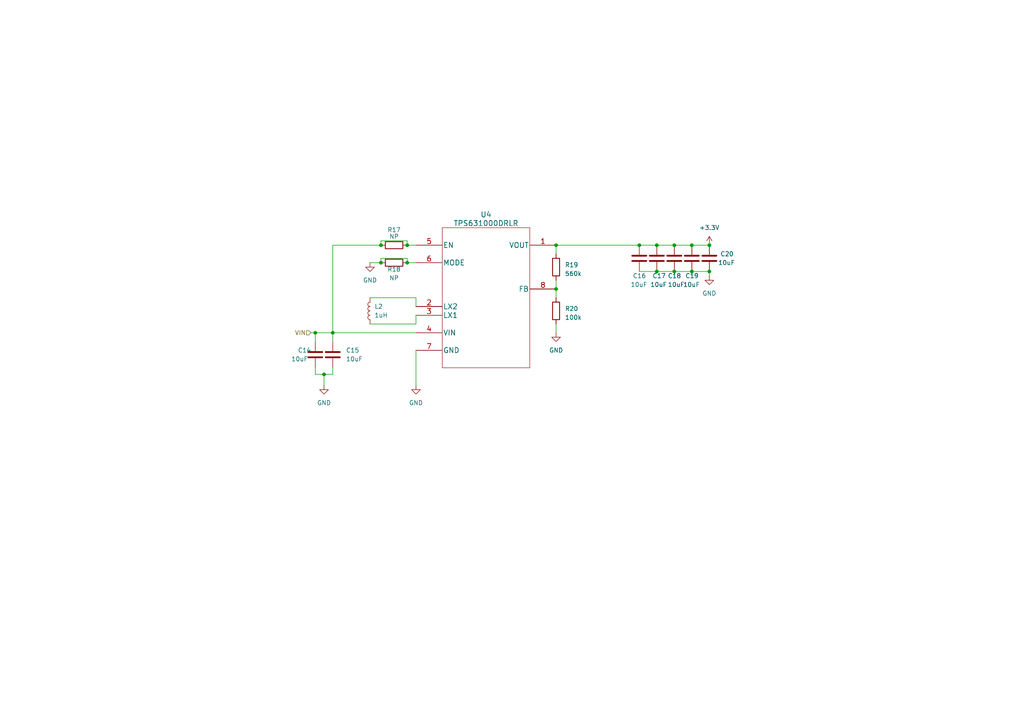
<source format=kicad_sch>
(kicad_sch (version 20230121) (generator eeschema)
  (paper "A4")
  (lib_symbols
    (symbol "Device:C" (pin_numbers hide) (pin_names (offset 0.254))
      (property "Reference" "C" (at 0.635 2.54 0))
      (property "Value" "C" (at 0.635 -2.54 0))
      (symbol "C_0_1"
        (polyline (pts (xy -2.032 -0.762) (xy 2.032 -0.762)) (stroke (width 0.508)))
        (polyline (pts (xy -2.032 0.762) (xy 2.032 0.762)) (stroke (width 0.508)))
      )
      (symbol "C_1_1"
        (pin passive line (at 0 3.81 270) (length 2.794) (name "~") (number "1"))
        (pin passive line (at 0 -3.81 90) (length 2.794) (name "~") (number "2"))
      )
    )
    (symbol "Device:L" (pin_numbers hide) (pin_names (offset 1.016) hide)
      (property "Reference" "L" (at -1.27 0 90))
      (property "Value" "L" (at 1.905 0 90))
      (symbol "L_0_1"
        (arc (start 0 -2.54) (mid 0.6323 -1.905) (end 0 -1.27))
        (arc (start 0 -1.27) (mid 0.6323 -0.635) (end 0 0))
        (arc (start 0 0) (mid 0.6323 0.635) (end 0 1.27))
        (arc (start 0 1.27) (mid 0.6323 1.905) (end 0 2.54))
      )
      (symbol "L_1_1"
        (pin passive line (at 0 3.81 270) (length 1.27) (name "1") (number "1"))
        (pin passive line (at 0 -3.81 90) (length 1.27) (name "2") (number "2"))
      )
    )
    (symbol "Device:R" (pin_numbers hide) (pin_names (offset 0))
      (property "Reference" "R" (at 2.032 0 90))
      (property "Value" "R" (at 0 0 90))
      (symbol "R_0_1"
        (rectangle (start -1.016 -2.54) (end 1.016 2.54) (stroke (width 0.254)))
      )
      (symbol "R_1_1"
        (pin passive line (at 0 3.81 270) (length 1.27) (name "~") (number "1"))
        (pin passive line (at 0 -3.81 90) (length 1.27) (name "~") (number "2"))
      )
    )
    (symbol "TPS631000DRLR:TPS631000DRLR" (pin_names (offset 0.254))
      (property "Reference" "U" (at 20.32 10.16 0))
      (property "Value" "TPS631000DRLR" (at 20.32 7.62 0))
      (symbol "TPS631000DRLR_1_1"
        (polyline (pts (xy 7.62 -35.56) (xy 33.02 -35.56)) (stroke (width 0.127)))
        (polyline (pts (xy 7.62 5.08) (xy 7.62 -35.56)) (stroke (width 0.127)))
        (polyline (pts (xy 33.02 -35.56) (xy 33.02 5.08)) (stroke (width 0.127)))
        (polyline (pts (xy 33.02 5.08) (xy 7.62 5.08)) (stroke (width 0.127)))
        (pin power_in line (at 40.64 0 180) (length 7.62) (name "VOUT") (number "1"))
        (pin power_in line (at 0 -17.78 0) (length 7.62) (name "LX2") (number "2"))
        (pin power_in line (at 0 -20.32 0) (length 7.62) (name "LX1") (number "3"))
        (pin power_in line (at 0 -25.4 0) (length 7.62) (name "VIN") (number "4"))
        (pin input line (at 0 0 0) (length 7.62) (name "EN") (number "5"))
        (pin input line (at 0 -5.08 0) (length 7.62) (name "MODE") (number "6"))
        (pin power_in line (at 0 -30.48 0) (length 7.62) (name "GND") (number "7"))
        (pin input line (at 40.64 -12.7 180) (length 7.62) (name "FB") (number "8"))
      )
    )
    (symbol "power:+3.3V" (power) (pin_names (offset 0))
      (property "Value" "+3.3V" (at 0 3.556 0))
      (symbol "+3.3V_0_1"
        (polyline (pts (xy -0.762 1.27) (xy 0 2.54)))
        (polyline (pts (xy 0 0) (xy 0 2.54)))
        (polyline (pts (xy 0 2.54) (xy 0.762 1.27)))
      )
      (symbol "+3.3V_1_1"
        (pin power_in line (at 0 0 90) (length 0) hide (name "+3.3V") (number "1"))
      )
    )
    (symbol "power:GND" (power) (pin_names (offset 0))
      (property "Value" "GND" (at 0 -3.81 0))
      (symbol "GND_0_1"
        (polyline (pts (xy 0 0) (xy 0 -1.27) (xy 1.27 -1.27) (xy 0 -2.54) (xy -1.27 -1.27) (xy 0 -1.27)))
      )
      (symbol "GND_1_1"
        (pin power_in line (at 0 0 270) (length 0) hide (name "GND") (number "1"))
      )
    )
  )
  (junction (at 200.66 71.12))
  (junction (at 118.11 71.12))
  (junction (at 110.49 76.2))
  (junction (at 110.49 71.12))
  (junction (at 205.74 78.74))
  (junction (at 118.11 76.2))
  (junction (at 190.5 78.74))
  (junction (at 96.52 96.52))
  (junction (at 200.66 78.74))
  (junction (at 93.98 108.585))
  (junction (at 161.29 83.82))
  (junction (at 91.44 96.52))
  (junction (at 205.74 71.12))
  (junction (at 185.42 71.12))
  (junction (at 195.58 71.12))
  (junction (at 190.5 71.12))
  (junction (at 195.58 78.74))
  (junction (at 161.29 71.12))
  (wire (pts (xy 161.29 71.12) (xy 185.42 71.12)))
  (wire (pts (xy 185.42 78.74) (xy 190.5 78.74)))
  (wire (pts (xy 96.52 106.68) (xy 96.52 108.585)))
  (wire (pts (xy 161.29 81.28) (xy 161.29 83.82)))
  (wire (pts (xy 161.29 71.12) (xy 161.29 73.66)))
  (wire (pts (xy 185.42 71.12) (xy 190.5 71.12)))
  (wire (pts (xy 90.17 96.52) (xy 91.44 96.52)))
  (wire (pts (xy 91.44 106.68) (xy 91.44 108.585)))
  (wire (pts (xy 93.98 108.585) (xy 96.52 108.585)))
  (wire (pts (xy 120.65 93.98) (xy 107.315 93.98)))
  (wire (pts (xy 91.44 108.585) (xy 93.98 108.585)))
  (wire (pts (xy 195.58 78.74) (xy 200.66 78.74)))
  (wire (pts (xy 110.49 71.12) (xy 96.52 71.12)))
  (wire (pts (xy 161.29 96.52) (xy 161.29 93.98)))
  (wire (pts (xy 118.11 76.2) (xy 120.65 76.2)))
  (wire (pts (xy 91.44 96.52) (xy 96.52 96.52)))
  (wire (pts (xy 96.52 71.12) (xy 96.52 96.52)))
  (wire (pts (xy 190.5 78.74) (xy 195.58 78.74)))
  (wire (pts (xy 96.52 96.52) (xy 120.65 96.52)))
  (wire (pts (xy 93.98 108.585) (xy 93.98 111.76)))
  (wire (pts (xy 110.49 69.85) (xy 110.49 71.12)))
  (wire (pts (xy 120.65 91.44) (xy 120.65 93.98)))
  (wire (pts (xy 118.11 76.2) (xy 118.11 74.93)))
  (wire (pts (xy 107.315 76.2) (xy 110.49 76.2)))
  (wire (pts (xy 91.44 99.06) (xy 91.44 96.52)))
  (wire (pts (xy 205.74 80.01) (xy 205.74 78.74)))
  (wire (pts (xy 96.52 96.52) (xy 96.52 99.06)))
  (wire (pts (xy 118.11 71.12) (xy 118.11 69.85)))
  (wire (pts (xy 205.74 71.12) (xy 200.66 71.12)))
  (wire (pts (xy 118.11 71.12) (xy 120.65 71.12)))
  (wire (pts (xy 118.11 69.85) (xy 110.49 69.85)))
  (wire (pts (xy 195.58 71.12) (xy 190.5 71.12)))
  (wire (pts (xy 200.66 71.12) (xy 195.58 71.12)))
  (wire (pts (xy 118.11 74.93) (xy 110.49 74.93)))
  (wire (pts (xy 120.65 86.36) (xy 107.315 86.36)))
  (wire (pts (xy 200.66 78.74) (xy 205.74 78.74)))
  (wire (pts (xy 110.49 74.93) (xy 110.49 76.2)))
  (wire (pts (xy 120.65 88.9) (xy 120.65 86.36)))
  (wire (pts (xy 161.29 86.36) (xy 161.29 83.82)))
  (wire (pts (xy 120.65 111.76) (xy 120.65 101.6)))
  (hierarchical_label "VIN" (shape input) (at 90.17 96.52 180))
  (symbol (lib_id "power:GND") (at 93.98 111.76 0) (unit 1)
    (property "Reference" "#PWR01" (effects hide))
    (property "Value" "GND" (at 93.98 116.84 0))
    (instances (project "keyboard_rev1" (path "" (reference "#PWR029") (unit 1))) (project "ha_esp_remote" (path "" (reference "#PWR0167") (unit 1))))
  )
  (symbol (lib_id "Device:C") (at 91.44 102.87 0) (unit 1)
    (property "Reference" "C1" (at 86.36 101.6 0) (effects (justify left)))
    (property "Value" "10uF" (at 84.455 104.14 0) (effects (justify left)))
    (property "Footprint" "Capacitor_SMD:C_0603_1608Metric" (effects hide))
    (property "LCSC" "C19702" (effects hide))
    (instances (project "keyboard_rev1" (path "" (reference "C14") (unit 1))) (project "ha_esp_remote" (path "" (reference "C5") (unit 1))))
  )
  (symbol (lib_id "power:GND") (at 205.74 80.01 0) (unit 1)
    (property "Reference" "#PWR06" (effects hide))
    (property "Value" "GND" (at 205.74 85.09 0))
    (instances (project "keyboard_rev1" (path "" (reference "#PWR034") (unit 1))) (project "ha_esp_remote" (path "" (reference "#PWR0144") (unit 1))))
  )
  (symbol (lib_id "Device:C") (at 190.5 74.93 0) (unit 1)
    (property "Reference" "C4" (at 189.23 80.01 0) (effects (justify left)))
    (property "Value" "10uF" (at 188.595 82.55 0) (effects (justify left)))
    (property "Footprint" "Capacitor_SMD:C_0603_1608Metric" (effects hide))
    (property "LCSC" "C19702" (effects hide))
    (instances (project "keyboard_rev1" (path "" (reference "C17") (unit 1))) (project "ha_esp_remote" (path "" (reference "C9") (unit 1))))
  )
  (symbol (lib_id "Device:C") (at 195.58 74.93 0) (unit 1)
    (property "Reference" "C5" (at 193.675 80.01 0) (effects (justify left)))
    (property "Value" "10uF" (at 193.675 82.55 0) (effects (justify left)))
    (property "Footprint" "Capacitor_SMD:C_0603_1608Metric" (effects hide))
    (property "LCSC" "C19702" (effects hide))
    (instances (project "keyboard_rev1" (path "" (reference "C18") (unit 1))) (project "ha_esp_remote" (path "" (reference "C17") (unit 1))))
  )
  (symbol (lib_id "Device:R") (at 161.29 77.47 0) (unit 1)
    (property "Reference" "R3" (at 163.83 76.835 0) (effects (justify left)))
    (property "Value" "560k" (at 163.83 79.375 0) (effects (justify left)))
    (property "Footprint" "Resistor_SMD:R_0603_1608Metric" (effects hide))
    (property "LCSC" "C23203" (effects hide))
    (instances (project "keyboard_rev1" (path "" (reference "R19") (unit 1))) (project "ha_esp_remote" (path "" (reference "R40") (unit 1)) (path "" (reference "R46") (unit 1))))
  )
  (symbol (lib_id "power:GND") (at 161.29 96.52 0) (unit 1)
    (property "Reference" "#PWR04" (effects hide))
    (property "Value" "GND" (at 161.29 101.6 0))
    (instances (project "keyboard_rev1" (path "" (reference "#PWR032") (unit 1))) (project "ha_esp_remote" (path "" (reference "#PWR02") (unit 1))))
  )
  (symbol (lib_id "Device:C") (at 185.42 74.93 0) (unit 1)
    (property "Reference" "C3" (at 183.515 80.01 0) (effects (justify left)))
    (property "Value" "10uF" (at 182.88 82.55 0) (effects (justify left)))
    (property "Footprint" "Capacitor_SMD:C_0603_1608Metric" (effects hide))
    (property "LCSC" "C19702" (effects hide))
    (instances (project "keyboard_rev1" (path "" (reference "C16") (unit 1))) (project "ha_esp_remote" (path "" (reference "C18") (unit 1))))
  )
  (symbol (lib_id "Device:L") (at 107.315 90.17 180) (unit 1)
    (property "Reference" "L1" (at 108.585 88.8999 0) (effects (justify right)))
    (property "Value" "1uH" (at 108.585 91.4399 0) (effects (justify right)))
    (property "Footprint" "Inductor_SMD:L_1008_2520Metric" (effects hide))
    (property "LCSC" "C882955" (effects hide))
    (instances (project "keyboard_rev1" (path "" (reference "L2") (unit 1))) (project "ha_esp_remote" (path "" (reference "L1") (unit 1))))
  )
  (symbol (lib_id "power:GND") (at 120.65 111.76 0) (unit 1)
    (property "Reference" "#PWR03" (effects hide))
    (property "Value" "GND" (at 120.65 116.84 0))
    (instances (project "keyboard_rev1" (path "" (reference "#PWR031") (unit 1))) (project "ha_esp_remote" (path "" (reference "#PWR01") (unit 1))))
  )
  (symbol (lib_id "TPS631000DRLR:TPS631000DRLR") (at 120.65 71.12 0) (unit 1)
    (property "Reference" "U1" (at 140.97 62.23 0) (effects (font (size 1.524 1.524))))
    (property "Value" "TPS631000DRLR" (at 140.97 64.77 0) (effects (font (size 1.524 1.524))))
    (property "Footprint" "TPS631000DRLR:TPS631000DRLR" (effects hide))
    (property "Datasheet" "https://www.ti.com/lit/gpn/tps631000" (effects hide))
    (instances (project "keyboard_rev1" (path "" (reference "U4") (unit 1))) (project "ha_esp_remote" (path "" (reference "U4") (unit 1))))
  )
  (symbol (lib_id "Device:R") (at 114.3 76.2 90) (unit 1) (in_bom no)
    (property "Reference" "R2" (at 114.3 78.105 90))
    (property "Value" "NP" (at 114.3 80.645 90))
    (property "Footprint" "Resistor_SMD:R_0603_1608Metric" (effects hide))
    (property "LCSC" "C25804" (effects hide))
    (instances (project "keyboard_rev1" (path "" (reference "R18") (unit 1))) (project "ha_esp_remote" (path "" (reference "R40") (unit 1)) (path "" (reference "R47") (unit 1))))
  )
  (symbol (lib_id "Device:C") (at 200.66 74.93 0) (unit 1)
    (property "Reference" "C6" (at 198.755 80.01 0) (effects (justify left)))
    (property "Value" "10uF" (at 198.12 82.55 0) (effects (justify left)))
    (property "Footprint" "Capacitor_SMD:C_0603_1608Metric" (effects hide))
    (property "LCSC" "C19702" (effects hide))
    (instances (project "keyboard_rev1" (path "" (reference "C19") (unit 1))) (project "ha_esp_remote" (path "" (reference "C19") (unit 1))))
  )
  (symbol (lib_id "power:GND") (at 107.315 76.2 0) (unit 1)
    (property "Reference" "#PWR02" (effects hide))
    (property "Value" "GND" (at 107.315 81.28 0))
    (instances (project "keyboard_rev1" (path "" (reference "#PWR030") (unit 1))) (project "ha_esp_remote" (path "" (reference "#PWR03") (unit 1))))
  )
  (symbol (lib_id "power:+3.3V") (at 205.74 71.12 0) (unit 1)
    (property "Reference" "#PWR05" (effects hide))
    (property "Value" "+3.3V" (at 205.74 66.04 0))
    (instances (project "keyboard_rev1" (path "" (reference "#PWR033") (unit 1))) (project "ha_esp_remote" (path "" (reference "#PWR0145") (unit 1))))
  )
  (symbol (lib_id "Device:R") (at 161.29 90.17 0) (unit 1) (in_bom no)
    (property "Reference" "R4" (at 163.83 89.535 0) (effects (justify left)))
    (property "Value" "100k" (at 163.83 92.075 0) (effects (justify left)))
    (property "Footprint" "Resistor_SMD:R_0603_1608Metric" (effects hide))
    (property "LCSC" "C25803" (effects hide))
    (instances (project "keyboard_rev1" (path "" (reference "R20") (unit 1))) (project "ha_esp_remote" (path "" (reference "R40") (unit 1)) (path "" (reference "R37") (unit 1))))
  )
  (symbol (lib_id "Device:R") (at 114.3 71.12 90) (unit 1) (in_bom no)
    (property "Reference" "R1" (at 114.3 66.675 90))
    (property "Value" "NP" (at 114.3 68.58 90))
    (property "Footprint" "Resistor_SMD:R_0603_1608Metric" (effects hide))
    (property "LCSC" "C25804" (effects hide))
    (instances (project "keyboard_rev1" (path "" (reference "R17") (unit 1))) (project "ha_esp_remote" (path "" (reference "R40") (unit 1)) (path "" (reference "R48") (unit 1))))
  )
  (symbol (lib_id "Device:C") (at 96.52 102.87 0) (unit 1)
    (property "Reference" "C2" (at 100.33 101.5999 0) (effects (justify left)))
    (property "Value" "10uF" (at 100.33 104.1399 0) (effects (justify left)))
    (property "Footprint" "Capacitor_SMD:C_0603_1608Metric" (effects hide))
    (property "LCSC" "C19702" (effects hide))
    (instances (project "keyboard_rev1" (path "" (reference "C15") (unit 1))) (project "ha_esp_remote" (path "" (reference "C4") (unit 1))))
  )
  (symbol (lib_id "Device:C") (at 205.74 74.93 0) (unit 1)
    (property "Reference" "C7" (at 208.915 73.66 0) (effects (justify left)))
    (property "Value" "10uF" (at 208.28 76.2 0) (effects (justify left)))
    (property "Footprint" "Capacitor_SMD:C_0603_1608Metric" (effects hide))
    (property "LCSC" "C19702" (effects hide))
    (instances (project "keyboard_rev1" (path "" (reference "C20") (unit 1))) (project "ha_esp_remote" (path "" (reference "C20") (unit 1))))
  )
)
</source>
